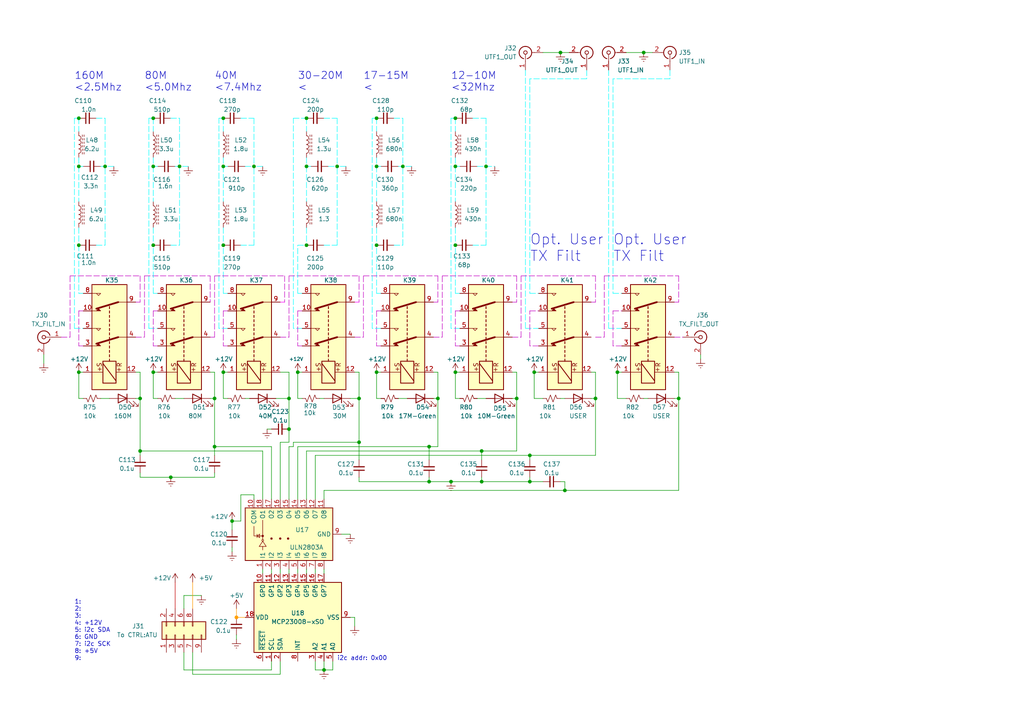
<source format=kicad_sch>
(kicad_sch (version 20230121) (generator eeschema)
  (paper "A4")
  (junction (at 124.46 129.54))
  (junction (at 211.638 239.971))
  (junction (at 22.86 48.26))
  (junction (at 230.688 239.971))
  (junction (at 116.84 48.26))
  (junction (at 391.16 33.02))
  (junction (at 67.31 151.13))
  (junction (at 406.4 33.02))
  (junction (at 97.79 48.26))
  (junction (at 44.45 48.26))
  (junction (at 139.7 130.81))
  (junction (at 68.58 179.07) (color 255 153 0 1))
  (junction (at 153.67 132.08))
  (junction (at 93.98 194.31))
  (junction (at 130.81 139.7))
  (junction (at 104.14 115.57))
  (junction (at 132.08 107.95))
  (junction (at 64.77 34.29))
  (junction (at 88.9 34.29))
  (junction (at 139.7 139.7))
  (junction (at 163.83 142.24))
  (junction (at 230.688 237.431))
  (junction (at 88.9 48.26))
  (junction (at 162.56 15.24))
  (junction (at 132.08 34.29))
  (junction (at 127 115.57))
  (junction (at 86.36 107.95))
  (junction (at 44.45 107.95))
  (junction (at 406.4 40.64))
  (junction (at 109.22 48.26))
  (junction (at 149.86 115.57))
  (junction (at 49.53 138.43))
  (junction (at 342.9 49.53))
  (junction (at 73.66 48.26))
  (junction (at 52.07 48.26))
  (junction (at 154.94 107.95))
  (junction (at 44.45 71.12))
  (junction (at 109.22 71.12))
  (junction (at 64.77 48.26))
  (junction (at 62.23 129.54))
  (junction (at 124.46 139.7))
  (junction (at 64.77 71.12))
  (junction (at 186.69 15.24))
  (junction (at 132.08 71.12))
  (junction (at 40.64 115.57))
  (junction (at 153.67 139.7))
  (junction (at 22.86 107.95))
  (junction (at 350.52 30.48))
  (junction (at 230.688 247.591))
  (junction (at 62.23 115.57))
  (junction (at 30.48 48.26))
  (junction (at 22.86 71.12))
  (junction (at 64.77 107.95))
  (junction (at 350.52 49.53))
  (junction (at 104.14 128.27))
  (junction (at 83.82 115.57))
  (junction (at 172.72 115.57))
  (junction (at 44.45 34.29))
  (junction (at 109.22 107.95))
  (junction (at 22.86 34.29))
  (junction (at 132.08 48.26))
  (junction (at 179.07 107.95))
  (junction (at 196.85 115.57))
  (junction (at 109.22 34.29))
  (junction (at 83.82 124.46))
  (junction (at 88.9 71.12))
  (junction (at 140.97 48.26))
  (junction (at 414.838 241.241))
  (junction (at 40.64 130.81))
  (junction (at 424.18 33.02))
  (wire (pts (xy 93.98 194.31) (xy 93.98 191.77)))
  (wire (pts (xy 151.13 80.01) (xy 172.72 80.01)) (stroke (width 0) (type dash) (color 194 0 194 1)))
  (wire (pts (xy 73.66 34.29) (xy 73.66 48.26)) (stroke (width 0) (type dash) (color 0 255 255 1)))
  (wire (pts (xy 86.36 165.1) (xy 86.36 166.37)))
  (wire (pts (xy 30.48 34.29) (xy 30.48 48.26)) (stroke (width 0) (type dash) (color 0 255 255 1)))
  (wire (pts (xy 154.94 107.95) (xy 154.94 115.57)))
  (wire (pts (xy 406.4 40.64) (xy 406.4 43.18)) (stroke (width 0) (type dash) (color 0 255 255 1)))
  (wire (pts (xy 53.34 194.31) (xy 53.34 189.23)))
  (wire (pts (xy 355.148 243.781) (xy 355.148 246.321)))
  (wire (pts (xy 406.4 33.02) (xy 402.59 33.02)) (stroke (width 0) (type dash) (color 0 255 255 1)))
  (wire (pts (xy 132.08 48.26) (xy 132.08 58.42)) (stroke (width 0) (type dash) (color 0 255 255 1)))
  (wire (pts (xy 196.85 107.95) (xy 196.85 115.57)))
  (wire (pts (xy 424.18 40.64) (xy 406.4 40.64)) (stroke (width 0) (type dash) (color 0 255 255 1)))
  (wire (pts (xy 76.2 165.1) (xy 76.2 166.37)))
  (wire (pts (xy 149.86 80.01) (xy 149.86 87.63)) (stroke (width 0) (type dash) (color 194 0 194 1)))
  (wire (pts (xy 109.22 107.95) (xy 110.49 107.95)))
  (wire (pts (xy 92.71 115.57) (xy 93.98 115.57)))
  (wire (pts (xy 104.14 80.01) (xy 104.14 87.63)) (stroke (width 0) (type dash) (color 194 0 194 1)))
  (wire (pts (xy 91.44 132.08) (xy 153.67 132.08)))
  (wire (pts (xy 176.53 20.32) (xy 176.53 95.25)) (stroke (width 0) (type dash) (color 0 255 255 1)))
  (wire (pts (xy 195.58 97.79) (xy 198.12 97.79)) (stroke (width 0) (type dash) (color 194 0 194 1)))
  (wire (pts (xy 230.688 231.081) (xy 230.688 237.431)))
  (wire (pts (xy 62.23 80.01) (xy 82.55 80.01)) (stroke (width 0) (type dash) (color 194 0 194 1)))
  (wire (pts (xy 97.79 71.12) (xy 97.79 48.26)) (stroke (width 0) (type dash) (color 0 255 255 1)))
  (wire (pts (xy 109.22 115.57) (xy 110.49 115.57)))
  (wire (pts (xy 55.88 168.91) (xy 55.88 176.53)) (stroke (width 0) (color 255 153 0 1)))
  (wire (pts (xy 414.838 260.291) (xy 414.838 265.371)))
  (wire (pts (xy 378.46 26.67) (xy 378.46 48.26)) (stroke (width 0) (type dash) (color 132 0 132 1)))
  (wire (pts (xy 342.9 30.48) (xy 342.9 31.75)))
  (wire (pts (xy 350.52 46.99) (xy 350.52 49.53)))
  (wire (pts (xy 230.688 248.861) (xy 230.688 247.591)))
  (wire (pts (xy 196.85 115.57) (xy 196.85 142.24)))
  (wire (pts (xy 58.42 172.72) (xy 53.34 172.72)))
  (wire (pts (xy 83.82 165.1) (xy 83.82 166.37)))
  (wire (pts (xy 171.45 115.57) (xy 172.72 115.57)))
  (wire (pts (xy 109.22 45.72) (xy 109.22 48.26)) (stroke (width 0) (type dash) (color 0 255 255 1)))
  (wire (pts (xy 40.64 132.08) (xy 40.64 130.81)))
  (wire (pts (xy 133.35 48.26) (xy 132.08 48.26)) (stroke (width 0) (type dash) (color 0 255 255 1)))
  (wire (pts (xy 91.44 165.1) (xy 91.44 166.37)))
  (wire (pts (xy 93.98 34.29) (xy 97.79 34.29)) (stroke (width 0) (type dash) (color 0 255 255 1)))
  (wire (pts (xy 350.52 31.75) (xy 350.52 30.48)))
  (wire (pts (xy 414.838 241.241) (xy 419.918 241.241)))
  (wire (pts (xy 62.23 107.95) (xy 62.23 115.57)))
  (wire (pts (xy 67.31 153.67) (xy 67.31 151.13)))
  (wire (pts (xy 83.82 115.57) (xy 83.82 124.46)))
  (wire (pts (xy 64.77 85.09) (xy 64.77 71.12)) (stroke (width 0) (type dash) (color 0 255 255 1)))
  (wire (pts (xy 175.26 97.79) (xy 175.26 80.01)) (stroke (width 0) (type dash) (color 194 0 194 1)))
  (wire (pts (xy 91.44 194.31) (xy 93.98 194.31)))
  (wire (pts (xy 81.28 128.27) (xy 83.82 128.27)))
  (wire (pts (xy 81.28 97.79) (xy 83.82 97.79)) (stroke (width 0) (type dash) (color 194 0 194 1)))
  (wire (pts (xy 24.13 48.26) (xy 22.86 48.26)) (stroke (width 0) (type dash) (color 0 255 255 1)))
  (wire (pts (xy 62.23 129.54) (xy 62.23 132.08)))
  (wire (pts (xy 82.55 80.01) (xy 82.55 87.63)) (stroke (width 0) (type dash) (color 194 0 194 1)))
  (wire (pts (xy 60.96 107.95) (xy 62.23 107.95)))
  (wire (pts (xy 414.838 237.431) (xy 414.838 241.241)))
  (wire (pts (xy 66.04 48.26) (xy 64.77 48.26)) (stroke (width 0) (type dash) (color 0 255 255 1)))
  (wire (pts (xy 20.32 80.01) (xy 40.64 80.01)) (stroke (width 0) (type dash) (color 194 0 194 1)))
  (wire (pts (xy 327.66 49.53) (xy 342.9 49.53)))
  (wire (pts (xy 137.16 34.29) (xy 140.97 34.29)) (stroke (width 0) (type dash) (color 0 255 255 1)))
  (wire (pts (xy 82.55 87.63) (xy 81.28 87.63)) (stroke (width 0) (type dash) (color 255 0 255 1)))
  (wire (pts (xy 78.74 194.31) (xy 53.34 194.31)))
  (wire (pts (xy 68.58 176.53) (xy 68.58 179.07)) (stroke (width 0) (color 255 153 0 1)))
  (wire (pts (xy 76.2 144.78) (xy 76.2 130.81)))
  (wire (pts (xy 179.07 115.57) (xy 181.61 115.57)))
  (wire (pts (xy 78.74 129.54) (xy 78.74 144.78)))
  (wire (pts (xy 30.48 71.12) (xy 30.48 48.26)) (stroke (width 0) (type dash) (color 0 255 255 1)))
  (wire (pts (xy 132.08 107.95) (xy 133.35 107.95)))
  (wire (pts (xy 21.59 34.29) (xy 22.86 34.29)) (stroke (width 0) (type dash) (color 0 255 255 1)))
  (wire (pts (xy 116.84 71.12) (xy 116.84 48.26)) (stroke (width 0) (type dash) (color 0 255 255 1)))
  (wire (pts (xy 99.06 154.94) (xy 101.6 154.94)))
  (wire (pts (xy 128.27 80.01) (xy 149.86 80.01)) (stroke (width 0) (type dash) (color 194 0 194 1)))
  (wire (pts (xy 54.61 48.26) (xy 52.07 48.26)) (stroke (width 0) (type dash) (color 0 255 255 1)))
  (wire (pts (xy 109.22 66.04) (xy 109.22 71.12)) (stroke (width 0) (type dash) (color 0 255 255 1)))
  (wire (pts (xy 196.85 87.63) (xy 195.58 87.63)) (stroke (width 0) (type dash) (color 194 0 194 1)))
  (wire (pts (xy 177.8 22.86) (xy 177.8 85.09)) (stroke (width 0) (type dash) (color 0 255 255 1)))
  (wire (pts (xy 104.14 107.95) (xy 104.14 115.57)))
  (wire (pts (xy 105.41 80.01) (xy 127 80.01)) (stroke (width 0) (type dash) (color 194 0 194 1)))
  (wire (pts (xy 50.8 115.57) (xy 53.34 115.57)))
  (wire (pts (xy 77.47 124.46) (xy 78.74 124.46)))
  (wire (pts (xy 68.58 185.42) (xy 68.58 184.15)))
  (wire (pts (xy 81.28 165.1) (xy 81.28 166.37)))
  (wire (pts (xy 124.46 133.35) (xy 124.46 129.54)))
  (polyline (pts (xy 333.558 217.111) (xy 426.268 217.111)))
  (wire (pts (xy 83.82 128.27) (xy 83.82 124.46)))
  (wire (pts (xy 153.67 100.33) (xy 153.67 90.17)) (stroke (width 0) (type dash) (color 194 0 194 1)))
  (wire (pts (xy 424.18 29.21) (xy 363.22 29.21)) (stroke (width 0) (type dash) (color 0 255 255 1)))
  (wire (pts (xy 133.35 90.17) (xy 132.08 90.17)) (stroke (width 0) (type dash) (color 194 0 194 1)))
  (wire (pts (xy 41.91 80.01) (xy 41.91 97.79)) (stroke (width 0) (type dash) (color 194 0 194 1)))
  (wire (pts (xy 109.22 34.29) (xy 109.22 38.1)) (stroke (width 0) (type dash) (color 0 255 255 1)))
  (wire (pts (xy 373.38 30.48) (xy 391.16 30.48)) (stroke (width 0) (type dash) (color 0 255 255 1)))
  (wire (pts (xy 154.94 107.95) (xy 156.21 107.95)))
  (wire (pts (xy 148.59 115.57) (xy 149.86 115.57)))
  (wire (pts (xy 60.96 80.01) (xy 60.96 87.63)) (stroke (width 0) (type dash) (color 194 0 194 1)))
  (wire (pts (xy 44.45 115.57) (xy 45.72 115.57)))
  (wire (pts (xy 170.18 22.86) (xy 153.67 22.86)) (stroke (width 0) (type dash) (color 0 255 255 1)))
  (wire (pts (xy 97.79 34.29) (xy 97.79 48.26)) (stroke (width 0) (type dash) (color 0 255 255 1)))
  (wire (pts (xy 140.97 71.12) (xy 140.97 48.26)) (stroke (width 0) (type dash) (color 0 255 255 1)))
  (wire (pts (xy 44.45 107.95) (xy 44.45 115.57)))
  (wire (pts (xy 86.36 115.57) (xy 87.63 115.57)))
  (wire (pts (xy 64.77 45.72) (xy 64.77 48.26)) (stroke (width 0) (type dash) (color 0 255 255 1)))
  (wire (pts (xy 22.86 100.33) (xy 24.13 100.33)) (stroke (width 0) (type dash) (color 194 0 194 1)))
  (wire (pts (xy 86.36 85.09) (xy 87.63 85.09)) (stroke (width 0) (type dash) (color 0 255 255 1)))
  (wire (pts (xy 21.59 95.25) (xy 24.13 95.25)) (stroke (width 0) (type dash) (color 0 255 255 1)))
  (wire (pts (xy 163.83 139.7) (xy 163.83 142.24)))
  (wire (pts (xy 43.18 95.25) (xy 45.72 95.25)) (stroke (width 0) (type dash) (color 0 255 255 1)))
  (wire (pts (xy 109.22 90.17) (xy 109.22 100.33)) (stroke (width 0) (type dash) (color 194 0 194 1)))
  (wire (pts (xy 211.638 239.971) (xy 211.638 247.591)))
  (wire (pts (xy 229.418 247.591) (xy 230.688 247.591)))
  (wire (pts (xy 107.95 95.25) (xy 107.95 34.29)) (stroke (width 0) (type dash) (color 0 255 255 1)))
  (wire (pts (xy 63.5 95.25) (xy 63.5 34.29)) (stroke (width 0) (type dash) (color 0 255 255 1)))
  (wire (pts (xy 76.2 48.26) (xy 73.66 48.26)) (stroke (width 0) (type dash) (color 0 255 255 1)))
  (wire (pts (xy 180.34 100.33) (xy 177.8 100.33)) (stroke (width 0) (type dash) (color 194 0 194 1)))
  (wire (pts (xy 40.64 115.57) (xy 40.64 130.81)))
  (wire (pts (xy 148.59 107.95) (xy 149.86 107.95)))
  (wire (pts (xy 153.67 22.86) (xy 153.67 85.09)) (stroke (width 0) (type dash) (color 0 255 255 1)))
  (wire (pts (xy 153.67 133.35) (xy 153.67 132.08)))
  (wire (pts (xy 44.45 66.04) (xy 44.45 71.12)) (stroke (width 0) (type dash) (color 0 255 255 1)))
  (wire (pts (xy 220.528 237.431) (xy 221.798 237.431)))
  (wire (pts (xy 132.08 66.04) (xy 132.08 71.12)) (stroke (width 0) (type dash) (color 0 255 255 1)))
  (wire (pts (xy 44.45 85.09) (xy 44.45 71.12)) (stroke (width 0) (type dash) (color 0 255 255 1)))
  (wire (pts (xy 21.59 34.29) (xy 21.59 95.25)) (stroke (width 0) (type dash) (color 0 255 255 1)))
  (wire (pts (xy 414.838 248.861) (xy 414.838 252.671)))
  (wire (pts (xy 93.98 144.78) (xy 93.98 142.24)))
  (wire (pts (xy 391.16 30.48) (xy 391.16 33.02)) (stroke (width 0) (type dash) (color 0 255 255 1)))
  (wire (pts (xy 102.87 181.61) (xy 102.87 179.07)))
  (wire (pts (xy 172.72 132.08) (xy 172.72 115.57)))
  (wire (pts (xy 138.43 115.57) (xy 140.97 115.57)))
  (wire (pts (xy 68.58 179.07) (xy 71.12 179.07)) (stroke (width 0) (color 255 153 0 1)))
  (wire (pts (xy 138.43 48.26) (xy 140.97 48.26)) (stroke (width 0) (type dash) (color 0 255 255 1)))
  (wire (pts (xy 110.49 48.26) (xy 109.22 48.26)) (stroke (width 0) (type dash) (color 0 255 255 1)))
  (wire (pts (xy 40.64 87.63) (xy 39.37 87.63)) (stroke (width 0) (type dash) (color 194 0 194 1)))
  (wire (pts (xy 69.85 71.12) (xy 73.66 71.12)) (stroke (width 0) (type dash) (color 0 255 255 1)))
  (wire (pts (xy 132.08 90.17) (xy 132.08 100.33)) (stroke (width 0) (type dash) (color 194 0 194 1)))
  (wire (pts (xy 55.88 195.58) (xy 55.88 189.23)))
  (wire (pts (xy 133.35 95.25) (xy 130.81 95.25)) (stroke (width 0) (type dash) (color 0 255 255 1)))
  (wire (pts (xy 78.74 165.1) (xy 78.74 166.37)))
  (wire (pts (xy 172.72 97.79) (xy 175.26 97.79)) (stroke (width 0) (type dash) (color 194 0 194 1)))
  (wire (pts (xy 66.04 95.25) (xy 63.5 95.25)) (stroke (width 0) (type dash) (color 0 255 255 1)))
  (wire (pts (xy 22.86 66.04) (xy 22.86 71.12)) (stroke (width 0) (type dash) (color 0 255 255 1)))
  (polyline (pts (xy 333.558 217.111) (xy 333.558 307.281)))
  (wire (pts (xy 83.82 107.95) (xy 83.82 115.57)))
  (wire (pts (xy 27.94 71.12) (xy 30.48 71.12)) (stroke (width 0) (type dash) (color 0 255 255 1)))
  (wire (pts (xy 152.4 20.32) (xy 152.4 95.25)) (stroke (width 0) (type dash) (color 0 255 255 1)))
  (wire (pts (xy 93.98 71.12) (xy 97.79 71.12)) (stroke (width 0) (type dash) (color 0 255 255 1)))
  (wire (pts (xy 179.07 107.95) (xy 180.34 107.95)))
  (wire (pts (xy 115.57 48.26) (xy 116.84 48.26)) (stroke (width 0) (type dash) (color 0 255 255 1)))
  (wire (pts (xy 50.8 168.91) (xy 50.8 176.53)) (stroke (width 0) (color 194 0 0 1)))
  (wire (pts (xy 83.82 97.79) (xy 83.82 80.01)) (stroke (width 0) (type dash) (color 194 0 194 1)))
  (wire (pts (xy 125.73 115.57) (xy 127 115.57)))
  (wire (pts (xy 230.688 231.081) (xy 233.228 231.081)))
  (wire (pts (xy 110.49 90.17) (xy 109.22 90.17)) (stroke (width 0) (type dash) (color 194 0 194 1)))
  (wire (pts (xy 211.638 247.591) (xy 214.178 247.591)))
  (wire (pts (xy 124.46 139.7) (xy 130.81 139.7)))
  (wire (pts (xy 52.07 71.12) (xy 52.07 48.26)) (stroke (width 0) (type dash) (color 0 255 255 1)))
  (wire (pts (xy 225.608 239.971) (xy 230.688 239.971)))
  (wire (pts (xy 179.07 107.95) (xy 179.07 115.57)))
  (wire (pts (xy 43.18 34.29) (xy 44.45 34.29)) (stroke (width 0) (type dash) (color 0 255 255 1)))
  (wire (pts (xy 85.09 95.25) (xy 85.09 34.29)) (stroke (width 0) (type dash) (color 0 255 255 1)))
  (wire (pts (xy 104.14 139.7) (xy 124.46 139.7)))
  (wire (pts (xy 342.9 36.83) (xy 342.9 39.37)))
  (wire (pts (xy 91.44 132.08) (xy 91.44 144.78)))
  (wire (pts (xy 33.02 48.26) (xy 30.48 48.26)) (stroke (width 0) (type dash) (color 0 255 255 1)))
  (wire (pts (xy 45.72 90.17) (xy 44.45 90.17)) (stroke (width 0) (type dash) (color 194 0 194 1)))
  (wire (pts (xy 22.86 115.57) (xy 24.13 115.57)))
  (wire (pts (xy 139.7 138.43) (xy 139.7 139.7)))
  (wire (pts (xy 177.8 100.33) (xy 177.8 90.17)) (stroke (width 0) (type dash) (color 194 0 194 1)))
  (wire (pts (xy 175.26 80.01) (xy 196.85 80.01)) (stroke (width 0) (type dash) (color 194 0 194 1)))
  (wire (pts (xy 52.07 34.29) (xy 52.07 48.26)) (stroke (width 0) (type dash) (color 0 255 255 1)))
  (wire (pts (xy 406.4 40.64) (xy 391.16 40.64)) (stroke (width 0) (type dash) (color 0 255 255 1)))
  (wire (pts (xy 22.86 107.95) (xy 22.86 115.57)))
  (wire (pts (xy 163.83 142.24) (xy 196.85 142.24)))
  (wire (pts (xy 24.13 107.95) (xy 22.86 107.95)))
  (wire (pts (xy 127 87.63) (xy 125.73 87.63)) (stroke (width 0) (type dash) (color 194 0 194 1)))
  (wire (pts (xy 64.77 90.17) (xy 64.77 100.33)) (stroke (width 0) (type dash) (color 194 0 194 1)))
  (wire (pts (xy 195.58 107.95) (xy 196.85 107.95)))
  (wire (pts (xy 132.08 100.33) (xy 133.35 100.33)) (stroke (width 0) (type dash) (color 194 0 194 1)))
  (wire (pts (xy 71.12 48.26) (xy 73.66 48.26)) (stroke (width 0) (type dash) (color 0 255 255 1)))
  (wire (pts (xy 17.78 97.79) (xy 20.32 97.79)) (stroke (width 0) (type dash) (color 194 0 194 1)))
  (wire (pts (xy 86.36 107.95) (xy 86.36 115.57)))
  (wire (pts (xy 88.9 34.29) (xy 88.9 38.1)) (stroke (width 0) (type dash) (color 0 255 255 1)))
  (wire (pts (xy 211.638 237.431) (xy 215.448 237.431)))
  (wire (pts (xy 86.36 100.33) (xy 87.63 100.33)) (stroke (width 0) (type dash) (color 194 0 194 1)))
  (wire (pts (xy 100.33 48.26) (xy 97.79 48.26)) (stroke (width 0) (type dash) (color 0 255 255 1)))
  (wire (pts (xy 196.85 80.01) (xy 196.85 87.63)) (stroke (width 0) (type dash) (color 194 0 194 1)))
  (wire (pts (xy 87.63 90.17) (xy 86.36 90.17)) (stroke (width 0) (type dash) (color 194 0 194 1)))
  (wire (pts (xy 157.48 139.7) (xy 153.67 139.7)))
  (wire (pts (xy 102.87 107.95) (xy 104.14 107.95)))
  (wire (pts (xy 139.7 133.35) (xy 139.7 130.81)))
  (wire (pts (xy 39.37 107.95) (xy 40.64 107.95)))
  (wire (pts (xy 102.87 179.07) (xy 101.6 179.07)))
  (wire (pts (xy 93.98 165.1) (xy 93.98 166.37)))
  (wire (pts (xy 85.09 128.27) (xy 104.14 128.27)))
  (wire (pts (xy 81.28 144.78) (xy 81.28 128.27)))
  (wire (pts (xy 130.81 34.29) (xy 132.08 34.29)) (stroke (width 0) (type dash) (color 0 255 255 1)))
  (wire (pts (xy 350.52 30.48) (xy 342.9 30.48)))
  (wire (pts (xy 115.57 115.57) (xy 118.11 115.57)))
  (wire (pts (xy 229.418 237.431) (xy 230.688 237.431)))
  (wire (pts (xy 62.23 137.16) (xy 62.23 138.43)))
  (polyline (pts (xy 333.558 307.281) (xy 426.268 307.281)))
  (wire (pts (xy 73.66 143.51) (xy 69.85 143.51)))
  (wire (pts (xy 24.13 85.09) (xy 22.86 85.09)) (stroke (width 0) (type dash) (color 0 255 255 1)))
  (wire (pts (xy 127 129.54) (xy 127 115.57)))
  (wire (pts (xy 69.85 143.51) (xy 69.85 151.13)))
  (wire (pts (xy 153.67 132.08) (xy 172.72 132.08)))
  (wire (pts (xy 162.56 139.7) (xy 163.83 139.7)))
  (wire (pts (xy 78.74 191.77) (xy 78.74 194.31)))
  (wire (pts (xy 378.008 272.991) (xy 378.008 275.531)))
  (wire (pts (xy 40.64 130.81) (xy 76.2 130.81)))
  (wire (pts (xy 80.01 115.57) (xy 83.82 115.57)))
  (wire (pts (xy 29.21 115.57) (xy 31.75 115.57)))
  (wire (pts (xy 177.8 85.09) (xy 180.34 85.09)) (stroke (width 0) (type dash) (color 0 255 255 1)))
  (wire (pts (xy 172.72 80.01) (xy 172.72 87.63)) (stroke (width 0) (type dash) (color 194 0 194 1)))
  (wire (pts (xy 110.49 95.25) (xy 107.95 95.25)) (stroke (width 0) (type dash) (color 0 255 255 1)))
  (wire (pts (xy 64.77 85.09) (xy 66.04 85.09)) (stroke (width 0) (type dash) (color 0 255 255 1)))
  (wire (pts (xy 41.91 80.01) (xy 60.96 80.01)) (stroke (width 0) (type dash) (color 194 0 194 1)))
  (wire (pts (xy 49.53 71.12) (xy 52.07 71.12)) (stroke (width 0) (type dash) (color 0 255 255 1)))
  (wire (pts (xy 149.86 87.63) (xy 148.59 87.63)) (stroke (width 0) (type dash) (color 194 0 194 1)))
  (wire (pts (xy 153.67 85.09) (xy 156.21 85.09)) (stroke (width 0) (type dash) (color 0 255 255 1)))
  (wire (pts (xy 93.98 142.24) (xy 163.83 142.24)))
  (wire (pts (xy 411.48 33.02) (xy 406.4 33.02)) (stroke (width 0) (type dash) (color 0 255 255 1)))
  (wire (pts (xy 96.52 194.31) (xy 93.98 194.31)))
  (wire (pts (xy 83.82 129.54) (xy 83.82 144.78)))
  (wire (pts (xy 86.36 129.54) (xy 124.46 129.54)))
  (wire (pts (xy 60.96 97.79) (xy 62.23 97.79)) (stroke (width 0) (type dash) (color 194 0 194 1)))
  (wire (pts (xy 64.77 107.95) (xy 66.04 107.95)))
  (wire (pts (xy 194.31 20.32) (xy 194.31 22.86)) (stroke (width 0) (type dash) (color 0 255 255 1)))
  (wire (pts (xy 73.66 143.51) (xy 73.66 144.78)))
  (wire (pts (xy 69.85 34.29) (xy 73.66 34.29)) (stroke (width 0) (type dash) (color 0 255 255 1)))
  (wire (pts (xy 78.74 129.54) (xy 62.23 129.54)))
  (wire (pts (xy 132.08 45.72) (xy 132.08 48.26)) (stroke (width 0) (type dash) (color 0 255 255 1)))
  (wire (pts (xy 40.64 137.16) (xy 40.64 138.43)))
  (wire (pts (xy 104.14 139.7) (xy 104.14 138.43)))
  (wire (pts (xy 128.27 97.79) (xy 128.27 80.01)) (stroke (width 0) (type dash) (color 194 0 194 1)))
  (wire (pts (xy 373.38 30.48) (xy 373.38 31.75)) (stroke (width 0) (type dash) (color 0 255 255 1)))
  (wire (pts (xy 62.23 97.79) (xy 62.23 80.01)) (stroke (width 0) (type dash) (color 194 0 194 1)))
  (wire (pts (xy 109.22 48.26) (xy 109.22 58.42)) (stroke (width 0) (type dash) (color 0 255 255 1)))
  (wire (pts (xy 83.82 80.01) (xy 104.14 80.01)) (stroke (width 0) (type dash) (color 194 0 194 1)))
  (wire (pts (xy 132.08 115.57) (xy 133.35 115.57)))
  (wire (pts (xy 127 80.01) (xy 127 87.63)) (stroke (width 0) (type dash) (color 194 0 194 1)))
  (wire (pts (xy 149.86 130.81) (xy 149.86 115.57)))
  (wire (pts (xy 211.638 239.971) (xy 211.638 237.431)))
  (wire (pts (xy 139.7 130.81) (xy 149.86 130.81)))
  (wire (pts (xy 22.86 90.17) (xy 22.86 100.33)) (stroke (width 0) (type dash) (color 194 0 194 1)))
  (wire (pts (xy 67.31 151.13) (xy 69.85 151.13)))
  (wire (pts (xy 45.72 48.26) (xy 44.45 48.26)) (stroke (width 0) (type dash) (color 0 255 255 1)))
  (wire (pts (xy 87.63 95.25) (xy 85.09 95.25)) (stroke (width 0) (type dash) (color 0 255 255 1)))
  (wire (pts (xy 171.45 107.95) (xy 172.72 107.95)))
  (wire (pts (xy 109.22 107.95) (xy 109.22 115.57)))
  (wire (pts (xy 88.9 130.81) (xy 88.9 144.78)))
  (wire (pts (xy 29.21 48.26) (xy 30.48 48.26)) (stroke (width 0) (type dash) (color 0 255 255 1)))
  (wire (pts (xy 104.14 87.63) (xy 102.87 87.63)) (stroke (width 0) (type dash) (color 255 0 255 1)))
  (wire (pts (xy 107.95 34.29) (xy 109.22 34.29)) (stroke (width 0) (type dash) (color 0 255 255 1)))
  (wire (pts (xy 49.53 34.29) (xy 52.07 34.29)) (stroke (width 0) (type dash) (color 0 255 255 1)))
  (wire (pts (xy 189.23 15.24) (xy 186.69 15.24)))
  (wire (pts (xy 86.36 90.17) (xy 86.36 100.33)) (stroke (width 0) (type dash) (color 194 0 194 1)))
  (wire (pts (xy 44.45 45.72) (xy 44.45 48.26)) (stroke (width 0) (type dash) (color 0 255 255 1)))
  (wire (pts (xy 64.77 34.29) (xy 64.77 38.1)) (stroke (width 0) (type dash) (color 0 255 255 1)))
  (wire (pts (xy 22.86 34.29) (xy 22.86 38.1)) (stroke (width 0) (type dash) (color 0 255 255 1)))
  (wire (pts (xy 132.08 34.29) (xy 132.08 38.1)) (stroke (width 0) (type dash) (color 0 255 255 1)))
  (wire (pts (xy 177.8 90.17) (xy 180.34 90.17)) (stroke (width 0) (type dash) (color 194 0 194 1)))
  (wire (pts (xy 153.67 139.7) (xy 139.7 139.7)))
  (wire (pts (xy 116.84 34.29) (xy 116.84 48.26)) (stroke (width 0) (type dash) (color 0 255 255 1)))
  (wire (pts (xy 85.09 34.29) (xy 88.9 34.29)) (stroke (width 0) (type dash) (color 0 255 255 1)))
  (wire (pts (xy 64.77 48.26) (xy 64.77 58.42)) (stroke (width 0) (type dash) (color 0 255 255 1)))
  (wire (pts (xy 85.09 128.27) (xy 85.09 129.54)))
  (wire (pts (xy 62.23 115.57) (xy 62.23 129.54)))
  (wire (pts (xy 27.94 34.29) (xy 30.48 34.29)) (stroke (width 0) (type dash) (color 0 255 255 1)))
  (wire (pts (xy 49.53 138.43) (xy 62.23 138.43)))
  (wire (pts (xy 368.3 30.48) (xy 358.14 30.48)) (stroke (width 0) (type dash) (color 194 0 194 1)))
  (wire (pts (xy 66.04 90.17) (xy 64.77 90.17)) (stroke (width 0) (type dash) (color 194 0 194 1)))
  (wire (pts (xy 156.21 100.33) (xy 153.67 100.33)) (stroke (width 0) (type dash) (color 194 0 194 1)))
  (wire (pts (xy 39.37 115.57) (xy 40.64 115.57)))
  (wire (pts (xy 67.31 158.75) (xy 67.31 160.02)))
  (wire (pts (xy 203.2 102.87) (xy 203.2 104.14)))
  (wire (pts (xy 86.36 85.09) (xy 86.36 71.12)) (stroke (width 0) (type dash) (color 0 255 255 1)))
  (wire (pts (xy 64.77 66.04) (xy 64.77 71.12)) (stroke (width 0) (type dash) (color 0 255 255 1)))
  (wire (pts (xy 363.22 31.75) (xy 363.22 29.21)) (stroke (width 0) (type dash) (color 0 255 255 1)))
  (wire (pts (xy 162.56 115.57) (xy 163.83 115.57)))
  (wire (pts (xy 125.73 97.79) (xy 128.27 97.79)) (stroke (width 0) (type dash) (color 194 0 194 1)))
  (wire (pts (xy 114.3 71.12) (xy 116.84 71.12)) (stroke (width 0) (type dash) (color 0 255 255 1)))
  (wire (pts (xy 22.86 45.72) (xy 22.86 48.26)) (stroke (width 0) (type dash) (color 0 255 255 1)))
  (wire (pts (xy 63.5 34.29) (xy 64.77 34.29)) (stroke (width 0) (type dash) (color 0 255 255 1)))
  (wire (pts (xy 20.32 97.79) (xy 20.32 80.01)) (stroke (width 0) (type dash) (color 194 0 194 1)))
  (wire (pts (xy 60.96 115.57) (xy 62.23 115.57)))
  (wire (pts (xy 110.49 85.09) (xy 109.22 85.09)) (stroke (width 0) (type dash) (color 0 255 255 1)))
  (wire (pts (xy 105.41 97.79) (xy 105.41 80.01)) (stroke (width 0) (type dash) (color 194 0 194 1)))
  (wire (pts (xy 109.22 85.09) (xy 109.22 71.12)) (stroke (width 0) (type dash) (color 0 255 255 1)))
  (wire (pts (xy 40.64 80.01) (xy 40.64 87.63)) (stroke (width 0) (type dash) (color 194 0 194 1)))
  (wire (pts (xy 91.44 191.77) (xy 91.44 194.31)))
  (wire (pts (xy 24.13 90.17) (xy 22.86 90.17)) (stroke (width 0) (type dash) (color 194 0 194 1)))
  (wire (pts (xy 124.46 129.54) (xy 127 129.54)))
  (wire (pts (xy 86.36 107.95) (xy 87.63 107.95)))
  (wire (pts (xy 140.97 34.29) (xy 140.97 48.26)) (stroke (width 0) (type dash) (color 0 255 255 1)))
  (polyline (pts (xy 426.268 307.281) (xy 426.268 217.111)))
  (wire (pts (xy 64.77 100.33) (xy 66.04 100.33)) (stroke (width 0) (type dash) (color 194 0 194 1)))
  (wire (pts (xy 152.4 95.25) (xy 156.21 95.25)) (stroke (width 0) (type dash) (color 0 255 255 1)))
  (wire (pts (xy 130.81 34.29) (xy 130.81 95.25)) (stroke (width 0) (type dash) (color 0 255 255 1)))
  (wire (pts (xy 148.59 97.79) (xy 151.13 97.79)) (stroke (width 0) (type dash) (color 194 0 194 1)))
  (wire (pts (xy 114.3 34.29) (xy 116.84 34.29)) (stroke (width 0) (type dash) (color 0 255 255 1)))
  (wire (pts (xy 186.69 15.24) (xy 181.61 15.24)))
  (wire (pts (xy 44.45 107.95) (xy 45.72 107.95)))
  (wire (pts (xy 22.86 48.26) (xy 22.86 58.42)) (stroke (width 0) (type dash) (color 0 255 255 1)))
  (wire (pts (xy 44.45 34.29) (xy 44.45 38.1)) (stroke (width 0) (type dash) (color 0 255 255 1)))
  (wire (pts (xy 368.3 31.75) (xy 368.3 30.48)) (stroke (width 0) (type dash) (color 194 0 194 1)))
  (wire (pts (xy 378.46 48.26) (xy 370.84 48.26)) (stroke (width 0) (type dash) (color 194 0 194 1)))
  (wire (pts (xy 211.638 239.971) (xy 217.988 239.971)))
  (wire (pts (xy 230.688 239.971) (xy 230.688 247.591)))
  (wire (pts (xy 154.94 115.57) (xy 157.48 115.57)))
  (wire (pts (xy 104.14 128.27) (xy 104.14 115.57)))
  (wire (pts (xy 124.46 138.43) (xy 124.46 139.7)))
  (wire (pts (xy 172.72 107.95) (xy 172.72 115.57)))
  (wire (pts (xy 162.56 15.24) (xy 157.48 15.24)))
  (wire (pts (xy 125.73 107.95) (xy 127 107.95)))
  (wire (pts (xy 81.28 107.95) (xy 83.82 107.95)))
  (wire (pts (xy 127 107.95) (xy 127 115.57)))
  (wire (pts (xy 153.67 90.17) (xy 156.21 90.17)) (stroke (width 0) (type dash) (color 194 0 194 1)))
  (wire (pts (xy 186.69 115.57) (xy 187.96 115.57)))
  (wire (pts (xy 71.12 115.57) (xy 72.39 115.57)))
  (wire (pts (xy 153.67 138.43) (xy 153.67 139.7)))
  (wire (pts (xy 424.18 33.02) (xy 416.56 33.02)) (stroke (width 0) (type dash) (color 0 255 255 1)))
  (wire (pts (xy 424.18 29.21) (xy 424.18 33.02)) (stroke (width 0) (type dash) (color 0 255 255 1)))
  (wire (pts (xy 90.17 48.26) (xy 88.9 48.26)) (stroke (width 0) (type dash) (color 0 255 255 1)))
  (wire (pts (xy 86.36 71.12) (xy 88.9 71.12)) (stroke (width 0) (type dash) (color 0 255 255 1)))
  (wire (pts (xy 95.25 48.26) (xy 97.79 48.26)) (stroke (width 0) (type dash) (color 0 255 255 1)))
  (wire (pts (xy 102.87 97.79) (xy 105.41 97.79)) (stroke (width 0) (type dash) (color 194 0 194 1)))
  (wire (pts (xy 64.77 107.95) (xy 64.77 115.57)))
  (wire (pts (xy 43.18 34.29) (xy 43.18 95.25)) (stroke (width 0) (type dash) (color 0 255 255 1)))
  (wire (pts (xy 40.64 138.43) (xy 49.53 138.43)))
  (wire (pts (xy 194.31 22.86) (xy 177.8 22.86)) (stroke (width 0) (type dash) (color 0 255 255 1)))
  (wire (pts (xy 88.9 130.81) (xy 139.7 130.81)))
  (wire (pts (xy 22.86 71.12) (xy 22.86 85.09)) (stroke (width 0) (type dash) (color 0 255 255 1)))
  (wire (pts (xy 96.52 191.77) (xy 96.52 194.31)))
  (wire (pts (xy 370.84 48.26) (xy 370.84 46.99)) (stroke (width 0) (type dash) (color 255 0 255 1)))
  (wire (pts (xy 44.45 90.17) (xy 44.45 100.33)) (stroke (width 0) (type dash) (color 194 0 194 1)))
  (wire (pts (xy 88.9 165.1) (xy 88.9 166.37)))
  (wire (pts (xy 176.53 95.25) (xy 180.34 95.25)) (stroke (width 0) (type dash) (color 0 255 255 1)))
  (wire (pts (xy 130.81 139.7) (xy 139.7 139.7)))
  (wire (pts (xy 230.688 237.431) (xy 230.688 239.971)))
  (wire (pts (xy 88.9 48.26) (xy 88.9 58.42)) (stroke (width 0) (type dash) (color 0 255 255 1)))
  (wire (pts (xy 149.86 107.95) (xy 149.86 115.57)))
  (wire (pts (xy 350.52 49.53) (xy 342.9 49.53)))
  (wire (pts (xy 40.64 107.95) (xy 40.64 115.57)))
  (wire (pts (xy 151.13 97.79) (xy 151.13 80.01)) (stroke (width 0) (type dash) (color 194 0 194 1)))
  (wire (pts (xy 358.14 30.48) (xy 358.14 31.75)) (stroke (width 0) (type dash) (color 194 0 194 1)))
  (wire (pts (xy 73.66 71.12) (xy 73.66 48.26)) (stroke (width 0) (type dash) (color 0 255 255 1)))
  (wire (pts (xy 342.9 46.99) (xy 342.9 49.53)))
  (wire (pts (xy 44.45 100.33) (xy 45.72 100.33)) (stroke (width 0) (type dash) (color 194 0 194 1)))
  (wire (pts (xy 50.8 48.26) (xy 52.07 48.26)) (stroke (width 0) (type dash) (color 0 255 255 1)))
  (wire (pts (xy 195.58 115.57) (xy 196.85 115.57)))
  (wire (pts (xy 39.37 97.79) (xy 41.91 97.79)) (stroke (width 0) (type dash) (color 194 0 194 1)))
  (wire (pts (xy 170.18 20.32) (xy 170.18 22.86)) (stroke (width 0) (type dash) (color 0 255 255 1)))
  (wire (pts (xy 12.7 102.87) (xy 12.7 105.41)))
  (wire (pts (xy 119.38 48.26) (xy 116.84 48.26)) (stroke (width 0) (type dash) (color 0 255 255 1)))
  (wire (pts (xy 172.72 87.63) (xy 171.45 87.63)) (stroke (width 0) (type dash) (color 194 0 194 1)))
  (wire (pts (xy 81.28 195.58) (xy 55.88 195.58)))
  (wire (pts (xy 104.14 133.35) (xy 104.14 128.27)))
  (wire (pts (xy 133.35 85.09) (xy 132.08 85.09)) (stroke (width 0) (type dash) (color 0 255 255 1)))
  (wire (pts (xy 53.34 172.72) (xy 53.34 176.53)))
  (wire (pts (xy 45.72 85.09) (xy 44.45 85.09)) (stroke (width 0) (type dash) (color 0 255 255 1)))
  (wire (pts (xy 132.08 107.95) (xy 132.08 115.57)))
  (wire (pts (xy 140.97 48.26) (xy 143.51 48.26)) (stroke (width 0) (type dash) (color 0 255 255 1)))
  (wire (pts (xy 397.51 33.02) (xy 391.16 33.02)) (stroke (width 0) (type dash) (color 0 255 255 1)))
  (wire (pts (xy 132.08 85.09) (xy 132.08 71.12)) (stroke (width 0) (type dash) (color 0 255 255 1)))
  (wire (pts (xy 165.1 15.24) (xy 162.56 15.24)))
  (wire (pts (xy 88.9 45.72) (xy 88.9 48.26)) (stroke (width 0) (type dash) (color 0 255 255 1)))
  (wire (pts (xy 85.09 129.54) (xy 83.82 129.54)))
  (wire (pts (xy 81.28 191.77) (xy 81.28 195.58)))
  (wire (pts (xy 101.6 115.57) (xy 104.14 115.57)))
  (wire (pts (xy 137.16 71.12) (xy 140.97 71.12)) (stroke (width 0) (type dash) (color 0 255 255 1)))
  (wire (pts (xy 64.77 115.57) (xy 66.04 115.57)))
  (wire (pts (xy 88.9 66.04) (xy 88.9 71.12)) (stroke (width 0) (type dash) (color 0 255 255 1)))
  (wire (pts (xy 44.45 48.26) (xy 44.45 58.42)) (stroke (width 0) (type dash) (color 0 255 255 1)))
  (wire (pts (xy 414.838 241.241) (xy 414.838 243.781)))
  (wire (pts (xy 86.36 129.54) (xy 86.36 144.78)))
  (wire (pts (xy 109.22 100.33) (xy 110.49 100.33)) (stroke (width 0) (type dash) (color 194 0 194 1)))
  (text "160M\n<2.5Mhz" (at 21.59 26.67 0) (effects (font (size 2.1 2.1)) (justify left bottom)))
  (text "80M\n<5.0Mhz" (at 41.91 26.67 0) (effects (font (size 2.1 2.1)) (justify left bottom)))
  (text "FRONTEND" (at 228.148 260.291 0) (effects (font (size 1.27 1.27)) (justify left bottom)))
  (text "High Band" (at 220.528 234.891 0) (effects (font (size 1.27 1.27)) (justify left bottom)))
  (text "TX Watchdog" (at 364.038 224.731 0) (effects (font (size 5 5)) (justify left bottom)))
  (text "LOW/HI BAND" (at 214.178 269.181 0) (effects (font (size 2.1 2.1)) (justify left bottom)))
  (text "To prevent runaway TX, require host CPU to \ntoggle WD pin >100ms, before timeout.\nThis should be rather lengthy, perhaps 5-10 \nminutes, as it will define the maximum\nallowed TX time in self-hosted modes.\n\nThis should have a direct unmuxed GPIO pin" (at 381.818 307.281 0) (effects (font (size 1.27 1.27)) (justify left bottom)))
  (text "30-20M\n<" (at 86.36 26.67 0) (effects (font (size 2.1 2.1)) (justify left bottom)))
  (text "i2c addr: 0x00" (at 97.79 191.77 0) (effects (font (size 1.27 1.27)) (justify left bottom)))
  (text "12-10M\n<32Mhz" (at 130.81 26.67 0) (effects (font (size 2.1 2.1)) (justify left bottom)))
  (text "MW HPF\n>1.7Mhz" (at 410.21 26.67 0) (effects (font (size 2.1 2.1)) (justify left bottom)))
  (text "40M\n<7.4Mhz" (at 62.23 26.67 0) (effects (font (size 2.1 2.1)) (justify left bottom)))
  (text "WDT Triggered" (at 400.233 253.306 0) (effects (font (size 1.27 1.27)) (justify left bottom)))
  (text "Fine Adjust" (at 358.958 243.781 0) (effects (font (size 1.27 1.27)) (justify left bottom)))
  (text "LOW" (at 211.638 252.671 0) (effects (font (size 1.27 1.27)) (justify left bottom)))
  (text "17-15M\n<" (at 105.41 26.67 0) (effects (font (size 2.1 2.1)) (justify left bottom)))
  (text "Opt. User\nTX Filt" (at 177.8 76.2 0) (effects (font (size 3 3)) (justify left bottom)))
  (text "Opt. User\nTX Filt" (at 153.67 76.2 0) (effects (font (size 3 3)) (justify left bottom)))
  (text "HIGH" (at 210.82 262.89 0) (effects (font (size 1.27 1.27)) (justify left bottom)))
  (text "1:\n2:\n3:\n4: +12V\n5: i2c SDA\n6: GND\n7: i2c SCK\n8: +5V\n9:" (at 21.59 191.77 0) (effects (font (size 1.27 1.27)) (justify left bottom)))
  (symbol (lib_id "Relay:EC2-5SNU") (at 360.68 39.37 0) (unit 1)
    (property "Reference" "K44" (at 377.19 38.1 90) (effects (justify right)))
    (property "Value" "EC2-5SNU" (effects hide))
    (property "Footprint" "Relay_THT:Relay_DPDT_Kemet_EC2" (effects hide))
    (property "Datasheet" "https://content.kemet.com/datasheets/KEM_R7002_EC2_EE2.pdf" (effects hide))
  )
  (symbol (lib_id "Device:LED") (at 342.9 43.18 270) (mirror x) (unit 1)
    (property "Reference" "D60" (at 344.17 38.1 0) (effects (justify right)))
    (property "Value" "MW HPF" (at 339.09 41.91 0) (effects (font (size 1.1 1.1)) (justify right)))
  )
  (symbol (lib_id "Device:L_Ferrite") (at 64.77 62.23 0) (mirror x) (unit 1)
    (property "Reference" "L53" (at 69.85 60.96 0))
    (property "Value" "1.8u" (at 69.85 63.5 0))
  )
  (symbol (lib_id "Device:C_Small") (at 414.02 33.02 270) (mirror x) (unit 1)
    (property "Reference" "C140" (at 416.56 35.56 0))
    (property "Value" "1.3n" (at 414.02 36.83 0))
  )
  (symbol (lib_id "power:+12V") (at 154.94 107.95 0) (mirror y) (unit 1)
    (property "Reference" "#PWR0208" (effects hide))
    (property "Value" "+12V" (at 152.4 104.14 0) (effects (justify right)))
  )
  (symbol (lib_id "Relay:EC2-5SNU") (at 53.34 97.79 90) (unit 1)
    (property "Reference" "K36" (at 52.07 81.28 90) (effects (justify right)))
    (property "Value" "EC2-5SNU" (effects hide))
    (property "Footprint" "Relay_THT:Relay_DPDT_Kemet_EC2" (effects hide))
    (property "Datasheet" "https://content.kemet.com/datasheets/KEM_R7002_EC2_EE2.pdf" (effects hide))
  )
  (symbol (lib_id "Device:L_Ferrite") (at 88.9 41.91 0) (mirror x) (unit 1)
    (property "Reference" "L54" (at 93.98 40.64 0))
    (property "Value" "1.3u" (at 93.98 43.18 0))
  )
  (symbol (lib_id "Device:R_Small_US") (at 342.9 34.29 0) (mirror y) (unit 1)
    (property "Reference" "R84" (at 340.36 35.56 90) (effects (justify left)))
    (property "Value" "10k" (at 337.82 35.56 90) (effects (justify left)))
  )
  (symbol (lib_id "power:Earth") (at 67.31 160.02 0) (mirror y) (unit 1)
    (property "Reference" "#PWR0193" (effects hide))
    (property "Value" "Earth" (effects hide))
  )
  (symbol (lib_id "power:Earth") (at 76.2 48.26 0) (unit 1)
    (property "Reference" "#PWR0196" (effects hide))
    (property "Value" "Earth" (effects hide))
  )
  (symbol (lib_id "Device:C_Small") (at 46.99 34.29 90) (mirror x) (unit 1)
    (property "Reference" "C114" (at 48.26 29.21 90) (effects (justify left)))
    (property "Value" "510p" (at 49.53 31.75 90) (effects (justify left)))
  )
  (symbol (lib_id "Device:LED") (at 191.77 115.57 0) (mirror y) (unit 1)
    (property "Reference" "D57" (at 189.23 118.11 0) (effects (justify right)))
    (property "Value" "USER" (at 189.23 120.65 0) (effects (justify right)))
  )
  (symbol (lib_id "Device:C_Small") (at 26.67 48.26 90) (mirror x) (unit 1)
    (property "Reference" "C112" (at 28.575 51.4412 90) (effects (justify left)))
    (property "Value" "3.3n" (at 28.575 53.9812 90) (effects (justify left)))
  )
  (symbol (lib_id "power:Earth") (at 102.87 181.61 0) (unit 1)
    (property "Reference" "#PWR0202" (effects hide))
    (property "Value" "Earth" (effects hide))
  )
  (symbol (lib_id "Device:C_Small") (at 25.4 34.29 90) (mirror x) (unit 1)
    (property "Reference" "C110" (at 26.67 29.21 90) (effects (justify left)))
    (property "Value" "1.0n" (at 27.94 31.75 90) (effects (justify left)))
  )
  (symbol (lib_id "Relay:EC2-5SNU") (at 140.97 97.79 90) (unit 1)
    (property "Reference" "K40" (at 139.7 81.28 90) (effects (justify right)))
    (property "Value" "EC2-5SNU" (effects hide))
    (property "Footprint" "Relay_THT:Relay_DPDT_Kemet_EC2" (effects hide))
    (property "Datasheet" "https://content.kemet.com/datasheets/KEM_R7002_EC2_EE2.pdf" (effects hide))
  )
  (symbol (lib_id "Device:R_Small_US") (at 68.58 115.57 90) (mirror x) (unit 1)
    (property "Reference" "R77" (at 69.85 118.11 90) (effects (justify left)))
    (property "Value" "10k" (at 69.85 120.65 90) (effects (justify left)))
  )
  (symbol (lib_id "Device:LED") (at 35.56 115.57 0) (mirror y) (unit 1)
    (property "Reference" "D50" (at 34.29 118.11 0) (effects (justify right)))
    (property "Value" "160M" (at 33.02 120.65 0) (effects (justify right)))
  )
  (symbol (lib_id "power:Earth") (at 186.69 15.24 0) (unit 1)
    (property "Reference" "#PWR0211" (effects hide))
    (property "Value" "Earth" (effects hide))
  )
  (symbol (lib_id "Device:C_Small") (at 68.58 181.61 0) (mirror x) (unit 1)
    (property "Reference" "C122" (at 63.5 180.34 0))
    (property "Value" "0.1u" (at 64.77 182.88 0))
    (property "Footprint" "Capacitor_THT:C_Disc_D4.7mm_W2.5mm_P5.00mm" (effects hide))
  )
  (symbol (lib_id "Timer:LM555xM") (at 378.008 262.831 0) (unit 1)
    (property "Reference" "U19" (at 380.0274 250.131 0) (effects (justify left)))
    (property "Value" "LM555xM" (at 380.0274 252.671 0) (effects (justify left)))
    (property "Footprint" "Package_SO:SOIC-8_3.9x4.9mm_P1.27mm" (effects hide))
    (property "Datasheet" "http://www.ti.com/lit/ds/symlink/lm555.pdf" (effects hide))
  )
  (symbol (lib_id "Device:L_Ferrite") (at 44.45 41.91 0) (mirror x) (unit 1)
    (property "Reference" "L50" (at 48.26 40.64 0))
    (property "Value" "3.3u" (at 48.26 43.18 0))
  )
  (symbol (lib_id "Device:L_Ferrite") (at 109.22 41.91 0) (mirror x) (unit 1)
    (property "Reference" "L56" (at 114.3 40.64 0))
    (property "Value" "680n" (at 114.3 43.18 0))
  )
  (symbol (lib_id "power:Earth") (at 33.02 48.26 0) (mirror y) (unit 1)
    (property "Reference" "#PWR0184" (effects hide))
    (property "Value" "Earth" (effects hide))
  )
  (symbol (lib_id "power:+12V") (at 67.31 151.13 0) (mirror y) (unit 1)
    (property "Reference" "#PWR0192" (effects hide))
    (property "Value" "+12V" (at 63.5 149.86 0))
  )
  (symbol (lib_id "Connector:Conn_Coaxial") (at 203.2 97.79 0) (unit 1)
    (property "Reference" "J36" (at 201.93 91.44 0) (effects (justify left)))
    (property "Value" "TX_FILT_OUT" (at 196.85 93.98 0) (effects (justify left)))
    (property "Datasheet" " ~" (effects hide))
  )
  (symbol (lib_id "Device:L_Ferrite") (at 391.16 36.83 0) (mirror y) (unit 1)
    (property "Reference" "L60" (at 394.97 36.83 90) (effects (justify left)))
    (property "Value" "3.9u" (at 393.0649 38.735 90) (effects (justify left)))
  )
  (symbol (lib_id "Device:C_Small") (at 135.89 48.26 90) (mirror x) (unit 1)
    (property "Reference" "C134" (at 137.16 52.07 90) (effects (justify left)))
    (property "Value" "220p" (at 138.43 54.61 90) (effects (justify left)))
  )
  (symbol (lib_id "Connector:Conn_Coaxial") (at 194.31 15.24 270) (mirror x) (unit 1)
    (property "Reference" "J35" (at 196.85 15.24 90) (effects (justify left)))
    (property "Value" "UTF1_IN" (at 196.85 17.78 90) (effects (justify left)))
    (property "Datasheet" " ~" (effects hide))
  )
  (symbol (lib_id "Device:LED") (at 76.2 115.57 0) (mirror y) (unit 1)
    (property "Reference" "D52" (at 74.93 118.11 0) (effects (justify right)))
    (property "Value" "40M" (at 74.93 120.65 0) (effects (justify right)))
  )
  (symbol (lib_id "power:+12V") (at 44.45 107.95 0) (mirror y) (unit 1)
    (property "Reference" "#PWR0185" (effects hide))
    (property "Value" "+12V" (at 41.91 104.14 0) (effects (justify right)))
  )
  (symbol (lib_id "power:Earth") (at 49.53 138.43 0) (mirror y) (unit 1)
    (property "Reference" "#PWR0186" (effects hide))
    (property "Value" "Earth" (effects hide))
  )
  (symbol (lib_id "Device:C_Small") (at 139.7 135.89 0) (mirror x) (unit 1)
    (property "Reference" "C135" (at 135.89 134.62 0))
    (property "Value" "0.1u" (at 135.89 137.16 0))
    (property "Footprint" "Capacitor_THT:C_Disc_D4.7mm_W2.5mm_P5.00mm" (effects hide))
  )
  (symbol (lib_id "Device:LED") (at 57.15 115.57 0) (mirror y) (unit 1)
    (property "Reference" "D51" (at 55.88 118.11 0) (effects (justify right)))
    (property "Value" "80M" (at 54.61 120.65 0) (effects (justify right)))
  )
  (symbol (lib_id "Connector:Conn_Coaxial") (at 176.53 15.24 90) (unit 1)
    (property "Reference" "J34" (at 166.37 17.78 90) (effects (justify left)))
    (property "Value" "UTF1_OUT" (at 167.64 20.32 90) (effects (justify left)))
    (property "Datasheet" " ~" (effects hide))
  )
  (symbol (lib_id "Device:C_Small") (at 92.71 48.26 90) (mirror x) (unit 1)
    (property "Reference" "C126" (at 93.98 52.07 90) (effects (justify left)))
    (property "Value" "620p" (at 95.25 54.6162 90) (effects (justify left)))
  )
  (symbol (lib_id "power:+12V") (at 179.07 107.95 0) (mirror y) (unit 1)
    (property "Reference" "#PWR0210" (effects hide))
    (property "Value" "+12V" (at 176.53 104.14 0) (effects (justify right)))
  )
  (symbol (lib_id "Device:L_Ferrite") (at 88.9 62.23 0) (mirror x) (unit 1)
    (property "Reference" "L55" (at 93.98 60.96 0))
    (property "Value" "1.3" (at 93.98 63.5 0))
  )
  (symbol (lib_id "Device:C_Small") (at 134.62 71.12 90) (mirror x) (unit 1)
    (property "Reference" "C133" (at 136.525 74.3012 90) (effects (justify left)))
    (property "Value" "68p" (at 136.525 76.8412 90) (effects (justify left)))
  )
  (symbol (lib_id "Device:L_Ferrite") (at 44.45 62.23 0) (mirror x) (unit 1)
    (property "Reference" "L51" (at 49.53 60.96 0))
    (property "Value" "3.3u" (at 49.53 63.5 0))
  )
  (symbol (lib_id "power:Earth") (at 119.38 48.26 0) (unit 1)
    (property "Reference" "#PWR0204" (effects hide))
    (property "Value" "Earth" (effects hide))
  )
  (symbol (lib_id "Device:C_Small") (at 91.44 71.12 90) (mirror x) (unit 1)
    (property "Reference" "C125" (at 93.98 74.9362 90) (effects (justify left)))
    (property "Value" "200p" (at 93.98 77.4762 90) (effects (justify left)))
  )
  (symbol (lib_id "power:Earth") (at 100.33 48.26 0) (unit 1)
    (property "Reference" "#PWR0200" (effects hide))
    (property "Value" "Earth" (effects hide))
  )
  (symbol (lib_id "Device:R_Small_US") (at 217.988 237.431 90) (unit 1)
    (property "Reference" "R83" (at 216.718 234.891 90) (effects (justify left)))
    (property "Value" "1K" (at 220.528 234.891 90) (effects (justify left)))
  )
  (symbol (lib_id "power:GND") (at 230.688 248.861 0) (unit 1)
    (property "Reference" "#PWR0213" (effects hide))
    (property "Value" "GND" (at 234.498 250.131 0))
  )
  (symbol (lib_id "Device:C_Small") (at 68.58 48.26 90) (mirror x) (unit 1)
    (property "Reference" "C121" (at 69.85 52.07 90) (effects (justify left)))
    (property "Value" "910p" (at 71.12 54.6162 90) (effects (justify left)))
  )
  (symbol (lib_id "Connector:Conn_Coaxial") (at 12.7 97.79 0) (mirror y) (unit 1)
    (property "Reference" "J30" (at 13.97 91.44 0) (effects (justify left)))
    (property "Value" "TX_FILT_IN" (at 19.05 93.98 0) (effects (justify left)))
    (property "Datasheet" " ~" (effects hide))
  )
  (symbol (lib_id "Device:R_Potentiometer_US") (at 355.148 239.971 270) (unit 1)
    (property "Reference" "RV5" (at 355.148 233.621 90))
    (property "Value" "R_Potentiometer_US" (at 355.148 236.161 90))
  )
  (symbol (lib_id "power:Earth") (at 406.4 43.18 270) (unit 1)
    (property "Reference" "#PWR0218" (effects hide))
    (property "Value" "Earth" (effects hide))
  )
  (symbol (lib_id "power:+12V") (at 86.36 107.95 0) (mirror y) (unit 1)
    (property "Reference" "#PWR0198" (effects hide))
    (property "Value" "+12V" (at 83.82 104.14 0) (effects (font (size 1 1)) (justify right)))
  )
  (symbol (lib_id "Device:C_Small") (at 46.99 71.12 90) (mirror x) (unit 1)
    (property "Reference" "C115" (at 49.53 74.9362 90) (effects (justify left)))
    (property "Value" "510p" (at 49.53 77.4762 90) (effects (justify left)))
  )
  (symbol (lib_id "Device:C_Small") (at 111.76 71.12 90) (mirror x) (unit 1)
    (property "Reference" "C129" (at 114.3 74.9362 90) (effects (justify left)))
    (property "Value" "110p" (at 114.3 77.4762 90) (effects (justify left)))
  )
  (symbol (lib_id "Device:L_Ferrite") (at 424.18 36.83 0) (mirror y) (unit 1)
    (property "Reference" "L62" (at 427.99 38.1 90) (effects (justify left)))
    (property "Value" "3.9u" (at 425.45 39.37 90) (effects (justify left)))
  )
  (symbol (lib_id "Device:C_Small") (at 91.44 34.29 90) (mirror x) (unit 1)
    (property "Reference" "C124" (at 92.71 29.21 90) (effects (justify left)))
    (property "Value" "200p" (at 93.98 31.75 90) (effects (justify left)))
  )
  (symbol (lib_id "Device:C_Small") (at 134.62 34.29 90) (mirror x) (unit 1)
    (property "Reference" "C132" (at 135.89 29.21 90) (effects (justify left)))
    (property "Value" "68p" (at 137.16 31.75 90) (effects (justify left)))
  )
  (symbol (lib_id "Device:C_Small") (at 67.31 156.21 0) (mirror x) (unit 1)
    (property "Reference" "C120" (at 63.5 154.94 0))
    (property "Value" "0.1u" (at 63.5 157.48 0))
    (property "Footprint" "Capacitor_THT:C_Disc_D4.7mm_W2.5mm_P5.00mm" (effects hide))
  )
  (symbol (lib_id "Relay:EC2-5SNU") (at 31.75 97.79 90) (unit 1)
    (property "Reference" "K35" (at 30.48 81.28 90) (effects (justify right)))
    (property "Value" "EC2-5SNU" (effects hide))
    (property "Footprint" "Relay_THT:Relay_DPDT_Kemet_EC2" (effects hide))
    (property "Datasheet" "https://content.kemet.com/datasheets/KEM_R7002_EC2_EE2.pdf" (effects hide))
  )
  (symbol (lib_id "Device:C_Small") (at 62.23 134.62 0) (mirror x) (unit 1)
    (property "Reference" "C117" (at 58.42 133.35 0))
    (property "Value" "0.1u" (at 58.42 135.89 0))
    (property "Footprint" "Capacitor_THT:C_Disc_D4.7mm_W2.5mm_P5.00mm" (effects hide))
  )
  (symbol (lib_id "Device:LED") (at 225.608 237.431 180) (unit 1)
    (property "Reference" "D59" (at 231.958 237.431 0) (effects (justify right)))
    (property "Value" "BAND_SPLIT" (at 235.768 237.431 0) (effects (justify right)))
  )
  (symbol (lib_id "Transistor_Array:ULN2803A") (at 81.28 154.94 90) (unit 1)
    (property "Reference" "U17" (at 87.63 153.67 90))
    (property "Value" "ULN2803A" (at 88.9 158.75 90))
    (property "Datasheet" "http://www.ti.com/lit/ds/symlink/uln2803a.pdf" (effects hide))
  )
  (symbol (lib_id "Device:L_Ferrite") (at 22.86 41.91 0) (mirror x) (unit 1)
    (property "Reference" "L48" (at 26.67 40.64 0))
    (property "Value" "6.2u" (at 26.67 43.18 0))
  )
  (symbol (lib_id "Triac_Thyristor:BT169B") (at 414.838 233.621 0) (unit 1)
    (property "Reference" "Q10" (at 411.028 231.081 0))
    (property "Value" "BT169B" (at 409.758 233.621 0))
    (property "Footprint" "Package_TO_SOT_THT:TO-92_Inline" (effects hide))
    (property "Datasheet" "https://media.digikey.com/pdf/Data%20Sheets/NXP%20PDFs/BT169_Series.pdf" (effects hide))
  )
  (symbol (lib_id "Relay:EC2-5SNU") (at 163.83 97.79 90) (unit 1)
    (property "Reference" "K41" (at 162.56 81.28 90) (effects (justify right)))
    (property "Value" "EC2-5SNU" (effects hide))
    (property "Footprint" "Relay_THT:Relay_DPDT_Kemet_EC2" (effects hide))
    (property "Datasheet" "https://content.kemet.com/datasheets/KEM_R7002_EC2_EE2.pdf" (effects hide))
  )
  (symbol (lib_id "power:+12V") (at 50.8 168.91 0) (mirror y) (unit 1)
    (property "Reference" "#PWR0187" (effects hide))
    (property "Value" "+12V" (at 46.99 167.64 0))
  )
  (symbol (lib_id "Device:C_Small") (at 81.28 124.46 90) (mirror x) (unit 1)
    (property "Reference" "C123" (at 81.28 119.38 90))
    (property "Value" "0.1u" (at 81.28 121.92 90))
    (property "Footprint" "Capacitor_THT:C_Disc_D4.7mm_W2.5mm_P5.00mm" (effects hide))
  )
  (symbol (lib_id "Device:R_Small_US") (at 26.67 115.57 90) (mirror x) (unit 1)
    (property "Reference" "R75" (at 27.94 118.11 90) (effects (justify left)))
    (property "Value" "10k" (at 27.94 120.65 90) (effects (justify left)))
  )
  (symbol (lib_id "power:+12V") (at 350.52 30.48 270) (mirror x) (unit 1)
    (property "Reference" "#PWR0215" (effects hide))
    (property "Value" "+12V" (at 354.33 30.48 0))
  )
  (symbol (lib_id "power:GND") (at 233.228 231.081 0) (mirror y) (unit 1)
    (property "Reference" "#PWR0214" (effects hide))
    (property "Value" "GND" (at 237.038 232.351 0))
  )
  (symbol (lib_id "Device:LED") (at 121.92 115.57 0) (mirror y) (unit 1)
    (property "Reference" "D54" (at 120.65 118.11 0) (effects (justify right)))
    (property "Value" "17M-Green" (at 115.57 120.65 0) (effects (justify right)))
  )
  (symbol (lib_id "power:+12V") (at 22.86 107.95 0) (mirror y) (unit 1)
    (property "Reference" "#PWR0183" (effects hide))
    (property "Value" "+12V" (at 20.32 104.14 0) (effects (justify right)))
  )
  (symbol (lib_id "Device:R_Small_US") (at 355.148 248.861 0) (unit 1)
    (property "Reference" "R85" (at 357.688 247.5909 0) (effects (justify left)))
    (property "Value" "R_Small_US" (at 357.688 250.1309 0) (effects (justify left)))
  )
  (symbol (lib_id "Device:R_Small_US") (at 135.89 115.57 90) (mirror x) (unit 1)
    (property "Reference" "R80" (at 137.16 118.11 90) (effects (justify left)))
    (property "Value" "10k" (at 137.16 120.65 90) (effects (justify left)))
  )
  (symbol (lib_id "power:Earth") (at 58.42 172.72 0) (unit 1)
    (property "Reference" "#PWR0190" (effects hide))
    (property "Value" "Earth" (effects hide))
  )
  (symbol (lib_id "Device:R_Small_US") (at 48.26 115.57 90) (mirror x) (unit 1)
    (property "Reference" "R76" (at 49.53 118.11 90) (effects (justify left)))
    (property "Value" "10k" (at 49.53 120.65 90) (effects (justify left)))
  )
  (symbol (lib_id "Device:R_Small_US") (at 184.15 115.57 90) (mirror x) (unit 1)
    (property "Reference" "R82" (at 185.42 118.11 90) (effects (justify left)))
    (property "Value" "10k" (at 184.15 120.65 90) (effects (justify left)))
  )
  (symbol (lib_id "Device:L_Ferrite") (at 406.4 36.83 0) (mirror y) (unit 1)
    (property "Reference" "L61" (at 410.21 38.1 90) (effects (justify left)))
    (property "Value" "2.2u" (at 407.67 38.1 90) (effects (justify left)))
  )
  (symbol (lib_id "Device:LED") (at 414.838 256.481 90) (unit 1)
    (property "Reference" "D61" (at 408.488 256.481 0))
    (property "Value" "LED" (at 411.028 256.481 0))
  )
  (symbol (lib_id "Interface_Expansion:MCP23008-xSO") (at 86.36 179.07 90) (unit 1)
    (property "Reference" "U18" (at 86.36 177.8 90))
    (property "Value" "MCP23008-xSO" (at 86.36 180.34 90))
    (property "Footprint" "Package_SO:SOIC-18W_7.5x11.6mm_P1.27mm" (effects hide))
    (property "Datasheet" "http://ww1.microchip.com/downloads/en/DeviceDoc/MCP23008-MCP23S08-Data-Sheet-20001919F.pdf" (effects hide))
  )
  (symbol (lib_id "power:Earth") (at 350.52 54.61 0) (unit 1)
    (property "Reference" "#PWR0216" (effects hide))
    (property "Value" "Earth" (effects hide))
  )
  (symbol (lib_id "power:Earth") (at 143.51 48.26 0) (unit 1)
    (property "Reference" "#PWR0207" (effects hide))
    (property "Value" "Earth" (effects hide))
  )
  (symbol (lib_id "Device:C_Small") (at 67.31 34.29 90) (mirror x) (unit 1)
    (property "Reference" "C118" (at 68.58 29.21 90) (effects (justify left)))
    (property "Value" "270p" (at 69.85 31.75 90) (effects (justify left)))
  )
  (symbol (lib_id "Device:C_Small") (at 25.4 71.12 90) (mirror x) (unit 1)
    (property "Reference" "C111" (at 27.305 74.3012 90) (effects (justify left)))
    (property "Value" "1.0n" (at 27.94 76.2 90) (effects (justify left)))
  )
  (symbol (lib_id "Device:C_Small") (at 153.67 135.89 0) (mirror x) (unit 1)
    (property "Reference" "C136" (at 149.86 134.62 0))
    (property "Value" "0.1u" (at 149.86 137.16 0))
    (property "Footprint" "Capacitor_THT:C_Disc_D4.7mm_W2.5mm_P5.00mm" (effects hide))
  )
  (symbol (lib_id "Relay:EC2-5SNU") (at 73.66 97.79 90) (unit 1)
    (property "Reference" "K37" (at 72.39 81.28 90) (effects (justify right)))
    (property "Value" "EC2-5SNU" (effects hide))
    (property "Footprint" "Relay_THT:Relay_DPDT_Kemet_EC2" (effects hide))
    (property "Datasheet" "https://content.kemet.com/datasheets/KEM_R7002_EC2_EE2.pdf" (effects hide))
  )
  (symbol (lib_id "Device:C_Small") (at 113.03 48.26 90) (mirror x) (unit 1)
    (property "Reference" "C130" (at 114.3 52.07 90) (effects (justify left)))
    (property "Value" "360p" (at 115.57 54.6162 90) (effects (justify left)))
  )
  (symbol (lib_id "Connector:TestPoint_Alt") (at 419.918 241.241 0) (unit 1)
    (property "Reference" "TP11" (at 417.864 233.834 0) (effects (justify left)))
    (property "Value" "WDT Out" (at 417.378 236.161 0) (effects (justify left)))
  )
  (symbol (lib_id "Device:LED") (at 167.64 115.57 0) (mirror y) (unit 1)
    (property "Reference" "D56" (at 165.1 118.11 0) (effects (justify right)))
    (property "Value" "USER" (at 165.1 120.65 0) (effects (justify right)))
  )
  (symbol (lib_id "power:GND") (at 378.008 275.531 0) (unit 1)
    (property "Reference" "#PWR0217" (effects hide))
    (property "Value" "GND" (at 378.008 280.611 0))
  )
  (symbol (lib_id "Connector:Conn_Coaxial") (at 152.4 15.24 90) (unit 1)
    (property "Reference" "J32" (at 149.86 13.97 90) (effects (justify left)))
    (property "Value" "UTF1_OUT" (at 149.86 16.51 90) (effects (justify left)))
    (property "Datasheet" " ~" (effects hide))
  )
  (symbol (lib_id "power:GND") (at 414.838 265.371 0) (unit 1)
    (property "Reference" "#PWR0219" (effects hide))
    (property "Value" "GND" (at 414.838 270.451 0))
  )
  (symbol (lib_id "Connector:Conn_Coaxial") (at 170.18 15.24 270) (mirror x) (unit 1)
    (property "Reference" "J33" (at 179.07 17.78 90) (effects (justify left)))
    (property "Value" "UTF1_IN" (at 179.07 20.32 90) (effects (justify left)))
    (property "Datasheet" " ~" (effects hide))
  )
  (symbol (lib_id "power:Earth") (at 130.81 139.7 0) (mirror y) (unit 1)
    (property "Reference" "#PWR0205" (effects hide))
    (property "Value" "Earth" (effects hide))
  )
  (symbol (lib_id "Relay:EC2-5SNU") (at 187.96 97.79 90) (unit 1)
    (property "Reference" "K42" (at 186.69 81.28 90) (effects (justify right)))
    (property "Value" "EC2-5SNU" (effects hide))
    (property "Footprint" "Relay_THT:Relay_DPDT_Kemet_EC2" (effects hide))
    (property "Datasheet" "https://content.kemet.com/datasheets/KEM_R7002_EC2_EE2.pdf" (effects hide))
  )
  (symbol (lib_id "power:Earth") (at 93.98 194.31 0) (unit 1)
    (property "Reference" "#PWR0199" (effects hide))
    (property "Value" "Earth" (effects hide))
  )
  (symbol (lib_id "power:Earth") (at 54.61 48.26 0) (unit 1)
    (property "Reference" "#PWR0188" (effects hide))
    (property "Value" "Earth" (effects hide))
  )
  (symbol (lib_id "Device:LED") (at 97.79 115.57 0) (mirror y) (unit 1)
    (property "Reference" "D53" (at 96.3019 118.1717 0) (effects (justify right)))
    (property "Value" "30M" (at 96.52 120.65 0) (effects (justify right)))
  )
  (symbol (lib_id "Device:C_Small") (at 160.02 139.7 270) (mirror x) (unit 1)
    (property "Reference" "C137" (at 160.02 134.62 90))
    (property "Value" "0.1u" (at 160.02 137.16 90))
    (property "Footprint" "Capacitor_THT:C_Disc_D4.7mm_W2.5mm_P5.00mm" (effects hide))
  )
  (symbol (lib_id "Device:R_Small_US") (at 414.838 246.321 0) (unit 1)
    (property "Reference" "R86" (at 409.758 245.051 0) (effects (justify left)))
    (property "Value" "R_Small_US" (at 400.868 247.591 0) (effects (justify left)))
  )
  (symbol (lib_id "Device:R_Small_US") (at 113.03 115.57 90) (mirror x) (unit 1)
    (property "Reference" "R79" (at 114.3 118.11 90) (effects (justify left)))
    (property "Value" "10k" (at 114.3 120.65 90) (effects (justify left)))
  )
  (symbol (lib_id "power:+5V") (at 55.88 168.91 0) (unit 1)
    (property "Reference" "#PWR0189" (effects hide))
    (property "Value" "+5V" (at 59.69 167.64 0))
  )
  (symbol (lib_id "Relay:EC2-5SNU") (at 118.11 97.79 90) (unit 1)
    (property "Reference" "K39" (at 116.84 81.28 90) (effects (justify right)))
    (property "Value" "EC2-5SNU" (effects hide))
    (property "Footprint" "Relay_THT:Relay_DPDT_Kemet_EC2" (effects hide))
    (property "Datasheet" "https://content.kemet.com/datasheets/KEM_R7002_EC2_EE2.pdf" (effects hide))
  )
  (symbol (lib_id "Connector_Generic:Conn_2Rows-09Pins") (at 53.34 184.15 90) (unit 1)
    (property "Reference" "J31" (at 41.91 181.61 90) (effects (justify left)))
    (property "Value" "To CTRL:ATU" (at 45.72 184.15 90) (effects (justify left)))
  )
  (symbol (lib_id "Device:C_Small") (at 111.76 34.29 90) (mirror x) (unit 1)
    (property "Reference" "C128" (at 113.03 29.21 90) (effects (justify left)))
    (property "Value" "110p" (at 114.3 31.75 90) (effects (justify left)))
  )
  (symbol (lib_id "Device:C_Small") (at 104.14 135.89 0) (mirror x) (unit 1)
    (property "Reference" "C127" (at 100.33 134.62 0))
    (property "Value" "0.1u" (at 100.33 137.16 0))
    (property "Footprint" "Capacitor_THT:C_Disc_D4.7mm_W2.5mm_P5.00mm" (effects hide))
  )
  (symbol (lib_id "power:Earth") (at 162.56 15.24 0) (unit 1)
    (property "Reference" "#PWR0209" (effects hide))
    (property "Value" "Earth" (effects hide))
  )
  (symbol (lib_id "power:+12V") (at 109.22 107.95 0) (mirror y) (unit 1)
    (property "Reference" "#PWR0203" (effects hide))
    (property "Value" "+12V" (at 106.68 104.14 0) (effects (justify right)))
  )
  (symbol (lib_id "Relay:EC2-5SNU") (at 95.25 97.79 90) (unit 1)
    (property "Reference" "K38" (at 93.98 81.28 90) (effects (justify right)))
    (property "Value" "EC2-5SNU" (effects hide))
    (property "Footprint" "Relay_THT:Relay_DPDT_Kemet_EC2" (effects hide))
    (property "Datasheet" "https://content.kemet.com/datasheets/KEM_R7002_EC2_EE2.pdf" (effects hide))
  )
  (symbol (lib_id "power:Earth") (at 12.7 105.41 0) (unit 1)
    (property "Reference" "#PWR0182" (effects hide))
    (property "Value" "Earth" (effects hide))
  )
  (symbol (lib_id "power:Earth") (at 68.58 185.42 0) (unit 1)
    (property "Reference" "#PWR0195" (effects hide))
    (property "Value" "Earth" (effects hide))
  )
  (symbol (lib_id "Device:C_Small") (at 40.64 134.62 0) (mirror x) (unit 1)
    (property "Reference" "C113" (at 36.83 133.35 0))
    (property "Value" "0.1u" (at 36.83 135.89 0))
    (property "Footprint" "Capacitor_THT:C_Disc_D4.7mm_W2.5mm_P5.00mm" (effects hide))
  )
  (symbol (lib_id "Relay:G6E") (at 221.798 252.671 90) (mirror x) (unit 1)
    (property "Reference" "K43" (at 221.798 264.101 90))
    (property "Value" "G6E" (effects hide))
    (property "Footprint" "Relay_THT:Relay_SPDT_Omron_G6E" (effects hide))
    (property "Datasheet" "https://www.omron.com/ecb/products/pdf/en-g6e.pdf" (effects hide))
  )
  (symbol (lib_id "Device:L_Ferrite") (at 109.22 62.23 0) (mirror x) (unit 1)
    (property "Reference" "L57" (at 114.3 60.96 0))
    (property "Value" "680n" (at 114.3 63.5 0))
  )
  (symbol (lib_id "Device:C_Small") (at 400.05 33.02 270) (mirror x) (unit 1)
    (property "Reference" "C139" (at 401.32 35.56 0))
    (property "Value" "1.3n" (at 398.78 36.83 0))
  )
  (symbol (lib_id "Device:L_Ferrite") (at 22.86 62.23 0) (mirror x) (unit 1)
    (property "Reference" "L49" (at 27.94 60.96 0))
    (property "Value" "6.2u" (at 27.94 63.5 0))
  )
  (symbol (lib_id "power:Earth") (at 101.6 154.94 0) (mirror y) (unit 1)
    (property "Reference" "#PWR0201" (effects hide))
    (property "Value" "Earth" (effects hide))
  )
  (symbol (lib_id "Device:R_Small_US") (at 160.02 115.57 90) (mirror x) (unit 1)
    (property "Reference" "R81" (at 161.29 118.11 90) (effects (justify left)))
    (property "Value" "10k" (at 160.02 120.65 90) (effects (justify left)))
  )
  (symbol (lib_id "Device:C_Small") (at 67.31 71.12 90) (mirror x) (unit 1)
    (property "Reference" "C119" (at 69.85 74.9362 90) (effects (justify left)))
    (property "Value" "270p" (at 69.85 77.4762 90) (effects (justify left)))
  )
  (symbol (lib_id "power:+12V") (at 64.77 107.95 0) (mirror y) (unit 1)
    (property "Reference" "#PWR0191" (effects hide))
    (property "Value" "+12V" (at 62.23 104.14 0) (effects (justify right)))
  )
  (symbol (lib_id "Device:L_Ferrite") (at 132.08 41.91 0) (mirror x) (unit 1)
    (property "Reference" "L58" (at 137.16 40.64 0))
    (property "Value" "430n" (at 137.16 43.18 0))
  )
  (symbol (lib_id "Device:R_Small_US") (at 90.17 115.57 90) (mirror x) (unit 1)
    (property "Reference" "R78" (at 92.0063 117.804 90) (effects (justify left)))
    (property "Value" "10k" (at 91.6967 119.7583 90) (effects (justify left)))
  )
  (symbol (lib_id "power:Earth") (at 77.47 124.46 0) (mirror y) (unit 1)
    (property "Reference" "#PWR0197" (effects hide))
    (property "Value" "Earth" (effects hide))
  )
  (symbol (lib_id "Device:LED") (at 144.78 115.57 0) (mirror y) (unit 1)
    (property "Reference" "D55" (at 143.0766 118.4292 0) (effects (justify right)))
    (property "Value" "10M-Green" (at 138.43 120.65 0) (effects (justify right)))
  )
  (symbol (lib_id "power:+12V") (at 132.08 107.95 0) (mirror y) (unit 1)
    (property "Reference" "#PWR0206" (effects hide))
    (property "Value" "+12V" (at 129.54 104.14 0) (effects (justify right)))
  )
  (symbol (lib_id "Device:C_Small") (at 48.26 48.26 90) (mirror x) (unit 1)
    (property "Reference" "C116" (at 49.53 52.07 90) (effects (justify left)))
    (property "Value" "1.6n" (at 50.165 53.9812 90) (effects (justify left)))
  )
  (symbol (lib_id "Device:L_Ferrite") (at 64.77 41.91 0) (mirror x) (unit 1)
    (property "Reference" "L52" (at 69.85 40.64 0))
    (property "Value" "1.8u" (at 69.85 43.18 0))
  )
  (symbol (lib_id "power:Earth") (at 203.2 104.14 0) (unit 1)
    (property "Reference" "#PWR0212" (effects hide))
    (property "Value" "Earth" (effects hide))
  )
  (symbol (lib_id "Diode:1N4001") (at 221.798 239.971 0) (mirror x) (unit 1)
    (property "Reference" "D58" (at 234.498 239.971 0) (effects (justify right)))
    (property "Value" "1N4001" (at 243.388 239.971 0) (effects (justify right)))
    (property "Footprint" "Diode_THT:D_DO-41_SOD81_P10.16mm_Horizontal" (effects hide))
    (property "Datasheet" "http://www.vishay.com/docs/88503/1n4001.pdf" (effects hide))
  )
  (symbol (lib_id "Device:C_Small") (at 124.46 135.89 0) (mirror x) (unit 1)
    (property "Reference" "C131" (at 120.65 134.62 0))
    (property "Value" "0.1u" (at 120.65 137.16 0))
    (property "Footprint" "Capacitor_THT:C_Disc_D4.7mm_W2.5mm_P5.00mm" (effects hide))
  )
  (symbol (lib_id "Device:C_Small") (at 350.52 52.07 0) (mirror y) (unit 1)
    (property "Reference" "C138" (at 354.33 53.34 0))
    (property "Value" "0.1u" (at 354.33 50.8 0))
    (property "Footprint" "Capacitor_THT:C_Disc_D4.7mm_W2.5mm_P5.00mm" (effects hide))
  )
  (symbol (lib_id "power:+5V") (at 68.58 176.53 0) (unit 1)
    (property "Reference" "#PWR0194" (effects hide))
    (property "Value" "+5V" (at 68.58 172.72 0))
  )
  (symbol (lib_id "Device:L_Ferrite") (at 132.08 62.23 0) (mirror x) (unit 1)
    (property "Reference" "L59" (at 137.16 60.96 0))
    (property "Value" "430n" (at 137.16 63.5 0))
  )
)
</source>
